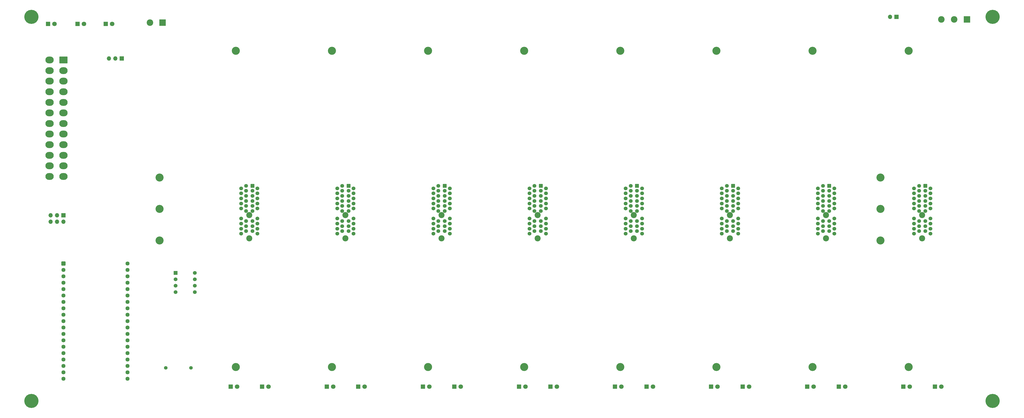
<source format=gbr>
%TF.GenerationSoftware,KiCad,Pcbnew,7.0.7*%
%TF.CreationDate,2024-11-29T17:58:44-06:00*%
%TF.ProjectId,updated_LOAF,75706461-7465-4645-9f4c-4f41462e6b69,rev?*%
%TF.SameCoordinates,PX2faf080PYee6b280*%
%TF.FileFunction,Soldermask,Bot*%
%TF.FilePolarity,Negative*%
%FSLAX46Y46*%
G04 Gerber Fmt 4.6, Leading zero omitted, Abs format (unit mm)*
G04 Created by KiCad (PCBNEW 7.0.7) date 2024-11-29 17:58:44*
%MOMM*%
%LPD*%
G01*
G04 APERTURE LIST*
G04 Aperture macros list*
%AMRoundRect*
0 Rectangle with rounded corners*
0 $1 Rounding radius*
0 $2 $3 $4 $5 $6 $7 $8 $9 X,Y pos of 4 corners*
0 Add a 4 corners polygon primitive as box body*
4,1,4,$2,$3,$4,$5,$6,$7,$8,$9,$2,$3,0*
0 Add four circle primitives for the rounded corners*
1,1,$1+$1,$2,$3*
1,1,$1+$1,$4,$5*
1,1,$1+$1,$6,$7*
1,1,$1+$1,$8,$9*
0 Add four rect primitives between the rounded corners*
20,1,$1+$1,$2,$3,$4,$5,0*
20,1,$1+$1,$4,$5,$6,$7,0*
20,1,$1+$1,$6,$7,$8,$9,0*
20,1,$1+$1,$8,$9,$2,$3,0*%
G04 Aperture macros list end*
%ADD10R,1.700000X1.700000*%
%ADD11O,1.700000X1.700000*%
%ADD12R,1.800000X1.800000*%
%ADD13C,1.800000*%
%ADD14C,3.200000*%
%ADD15C,5.600000*%
%ADD16C,2.400000*%
%ADD17RoundRect,0.102000X-0.644000X0.644000X-0.644000X-0.644000X0.644000X-0.644000X0.644000X0.644000X0*%
%ADD18C,1.492000*%
%ADD19RoundRect,0.250001X-1.399999X1.099999X-1.399999X-1.099999X1.399999X-1.099999X1.399999X1.099999X0*%
%ADD20O,3.300000X2.700000*%
%ADD21RoundRect,0.102000X-0.704000X-0.704000X0.704000X-0.704000X0.704000X0.704000X-0.704000X0.704000X0*%
%ADD22C,1.612000*%
%ADD23C,1.400000*%
%ADD24R,2.600000X2.600000*%
%ADD25C,2.600000*%
%ADD26R,1.498600X1.498600*%
%ADD27C,1.498600*%
G04 APERTURE END LIST*
D10*
%TO.C,JP1*%
X311955000Y192850000D03*
D11*
X309415000Y192850000D03*
%TD*%
D12*
%TO.C,D11*%
X136685000Y46165000D03*
D13*
X139225000Y46165000D03*
%TD*%
D14*
%TO.C,H18*%
X240576000Y53912000D03*
%TD*%
D12*
%TO.C,D7*%
X276534426Y46165000D03*
D13*
X279074426Y46165000D03*
%TD*%
D15*
%TO.C,H3*%
X350050000Y40450000D03*
%TD*%
D14*
%TO.C,H20*%
X316776000Y53912000D03*
%TD*%
D12*
%TO.C,D15*%
X289085000Y46165000D03*
D13*
X291625000Y46165000D03*
%TD*%
D14*
%TO.C,H9*%
X202476000Y179388000D03*
%TD*%
%TO.C,H8*%
X164376000Y179388000D03*
%TD*%
%TO.C,H16*%
X164376000Y53912000D03*
%TD*%
D10*
%TO.C,J11*%
X-18265000Y114115000D03*
D11*
X-18265000Y111575000D03*
X-20805000Y114115000D03*
X-20805000Y111575000D03*
X-23345000Y114115000D03*
X-23345000Y111575000D03*
%TD*%
D12*
%TO.C,D16*%
X327185000Y46165000D03*
D13*
X329725000Y46165000D03*
%TD*%
D16*
%TO.C,J5*%
X169707142Y114177657D03*
X169707142Y105027657D03*
D17*
X170957142Y125827657D03*
D18*
X172957142Y124827657D03*
X170957142Y123827657D03*
X172957142Y122827657D03*
X170957142Y121827657D03*
X172957142Y120827657D03*
X170957142Y119827657D03*
X172957142Y118827657D03*
X170957142Y117827657D03*
X172957142Y116827657D03*
X170957142Y115827657D03*
X172957142Y112827657D03*
X170957142Y111827657D03*
X172957142Y110827657D03*
X170957142Y109827657D03*
X172957142Y108827657D03*
X170957142Y107827657D03*
X172957142Y106827657D03*
X168457142Y125827657D03*
X166457142Y124827657D03*
X168457142Y123827657D03*
X166457142Y122827657D03*
X168457142Y121827657D03*
X166457142Y120827657D03*
X168457142Y119827657D03*
X166457142Y118827657D03*
X168457142Y117827657D03*
X166457142Y116827657D03*
X168457142Y115827657D03*
X166457142Y112827657D03*
X168457142Y111827657D03*
X166457142Y110827657D03*
X168457142Y109827657D03*
X166457142Y108827657D03*
X168457142Y107827657D03*
X166457142Y106827657D03*
%TD*%
D19*
%TO.C,J3*%
X-18250000Y175750000D03*
D20*
X-18250000Y171550000D03*
X-18250000Y167350000D03*
X-18250000Y163150000D03*
X-18250000Y158950000D03*
X-18250000Y154750000D03*
X-18250000Y150550000D03*
X-18250000Y146350000D03*
X-18250000Y142150000D03*
X-18250000Y137950000D03*
X-18250000Y133750000D03*
X-18250000Y129550000D03*
X-23750000Y175750000D03*
X-23750000Y171550000D03*
X-23750000Y167350000D03*
X-23750000Y163150000D03*
X-23750000Y158950000D03*
X-23750000Y154750000D03*
X-23750000Y150550000D03*
X-23750000Y146350000D03*
X-23750000Y142150000D03*
X-23750000Y137950000D03*
X-23750000Y133750000D03*
X-23750000Y129550000D03*
%TD*%
D12*
%TO.C,D14*%
X250985000Y46165000D03*
D13*
X253525000Y46165000D03*
%TD*%
D14*
%TO.C,H17*%
X202476000Y53912000D03*
%TD*%
%TO.C,H19*%
X278676000Y53912000D03*
%TD*%
D16*
%TO.C,J2*%
X93495714Y114177657D03*
X93495714Y105027657D03*
D17*
X94745714Y125827657D03*
D18*
X96745714Y124827657D03*
X94745714Y123827657D03*
X96745714Y122827657D03*
X94745714Y121827657D03*
X96745714Y120827657D03*
X94745714Y119827657D03*
X96745714Y118827657D03*
X94745714Y117827657D03*
X96745714Y116827657D03*
X94745714Y115827657D03*
X96745714Y112827657D03*
X94745714Y111827657D03*
X96745714Y110827657D03*
X94745714Y109827657D03*
X96745714Y108827657D03*
X94745714Y107827657D03*
X96745714Y106827657D03*
X92245714Y125827657D03*
X90245714Y124827657D03*
X92245714Y123827657D03*
X90245714Y122827657D03*
X92245714Y121827657D03*
X90245714Y120827657D03*
X92245714Y119827657D03*
X90245714Y118827657D03*
X92245714Y117827657D03*
X90245714Y116827657D03*
X92245714Y115827657D03*
X90245714Y112827657D03*
X92245714Y111827657D03*
X90245714Y110827657D03*
X92245714Y109827657D03*
X90245714Y108827657D03*
X92245714Y107827657D03*
X90245714Y106827657D03*
%TD*%
D12*
%TO.C,D6*%
X238451855Y46165000D03*
D13*
X240991855Y46165000D03*
%TD*%
D16*
%TO.C,J4*%
X131601428Y114177657D03*
X131601428Y105027657D03*
D17*
X132851428Y125827657D03*
D18*
X134851428Y124827657D03*
X132851428Y123827657D03*
X134851428Y122827657D03*
X132851428Y121827657D03*
X134851428Y120827657D03*
X132851428Y119827657D03*
X134851428Y118827657D03*
X132851428Y117827657D03*
X134851428Y116827657D03*
X132851428Y115827657D03*
X134851428Y112827657D03*
X132851428Y111827657D03*
X134851428Y110827657D03*
X132851428Y109827657D03*
X134851428Y108827657D03*
X132851428Y107827657D03*
X134851428Y106827657D03*
X130351428Y125827657D03*
X128351428Y124827657D03*
X130351428Y123827657D03*
X128351428Y122827657D03*
X130351428Y121827657D03*
X128351428Y120827657D03*
X130351428Y119827657D03*
X128351428Y118827657D03*
X130351428Y117827657D03*
X128351428Y116827657D03*
X130351428Y115827657D03*
X128351428Y112827657D03*
X130351428Y111827657D03*
X128351428Y110827657D03*
X130351428Y109827657D03*
X128351428Y108827657D03*
X130351428Y107827657D03*
X128351428Y106827657D03*
%TD*%
D12*
%TO.C,D10*%
X98585000Y46165000D03*
D13*
X101125000Y46165000D03*
%TD*%
D12*
%TO.C,D8*%
X314617000Y46165000D03*
D13*
X317157000Y46165000D03*
%TD*%
D21*
%TO.C,U1*%
X-18250000Y95035000D03*
D22*
X-18250000Y92495000D03*
X-18250000Y89955000D03*
X-18250000Y87415000D03*
X-18250000Y84875000D03*
X-18250000Y82335000D03*
X-18250000Y79795000D03*
X-18250000Y77255000D03*
X-18250000Y74715000D03*
X-18250000Y72175000D03*
X-18250000Y69635000D03*
X-18250000Y67095000D03*
X-18250000Y64555000D03*
X-18250000Y62015000D03*
X-18250000Y59475000D03*
X-18250000Y56935000D03*
X-18250000Y54395000D03*
X-18250000Y51855000D03*
X-18250000Y49315000D03*
X7150000Y95035000D03*
X7150000Y92495000D03*
X7150000Y89955000D03*
X7150000Y87415000D03*
X7150000Y84875000D03*
X7150000Y82335000D03*
X7150000Y79795000D03*
X7150000Y77255000D03*
X7150000Y74715000D03*
X7150000Y72175000D03*
X7150000Y69635000D03*
X7150000Y67095000D03*
X7150000Y64555000D03*
X7150000Y62015000D03*
X7150000Y59475000D03*
X7150000Y56935000D03*
X7150000Y54395000D03*
X7150000Y51855000D03*
X7150000Y49315000D03*
%TD*%
D16*
%TO.C,J8*%
X284024284Y114177657D03*
X284024284Y105027657D03*
D17*
X285274284Y125827657D03*
D18*
X287274284Y124827657D03*
X285274284Y123827657D03*
X287274284Y122827657D03*
X285274284Y121827657D03*
X287274284Y120827657D03*
X285274284Y119827657D03*
X287274284Y118827657D03*
X285274284Y117827657D03*
X287274284Y116827657D03*
X285274284Y115827657D03*
X287274284Y112827657D03*
X285274284Y111827657D03*
X287274284Y110827657D03*
X285274284Y109827657D03*
X287274284Y108827657D03*
X285274284Y107827657D03*
X287274284Y106827657D03*
X282774284Y125827657D03*
X280774284Y124827657D03*
X282774284Y123827657D03*
X280774284Y122827657D03*
X282774284Y121827657D03*
X280774284Y120827657D03*
X282774284Y119827657D03*
X280774284Y118827657D03*
X282774284Y117827657D03*
X280774284Y116827657D03*
X282774284Y115827657D03*
X280774284Y112827657D03*
X282774284Y111827657D03*
X280774284Y110827657D03*
X282774284Y109827657D03*
X280774284Y108827657D03*
X282774284Y107827657D03*
X280774284Y106827657D03*
%TD*%
D14*
%TO.C,H13*%
X50076000Y53912000D03*
%TD*%
%TO.C,H12*%
X316776000Y179388000D03*
%TD*%
D12*
%TO.C,D18*%
X-12667000Y190056000D03*
D13*
X-10127000Y190056000D03*
%TD*%
D23*
%TO.C,J14*%
X22285000Y53555000D03*
X32285000Y53555000D03*
%TD*%
D15*
%TO.C,H1*%
X-30950000Y192850000D03*
%TD*%
D14*
%TO.C,H15*%
X126276000Y53912000D03*
%TD*%
%TO.C,DRA2*%
X19850000Y104150000D03*
X19850000Y116650000D03*
X19850000Y129150000D03*
%TD*%
D15*
%TO.C,H4*%
X-30950000Y40450000D03*
%TD*%
D12*
%TO.C,D13*%
X212885000Y46165000D03*
D13*
X215425000Y46165000D03*
%TD*%
D12*
%TO.C,D2*%
X86121571Y46165000D03*
D13*
X88661571Y46165000D03*
%TD*%
D14*
%TO.C,H14*%
X88176000Y53912000D03*
%TD*%
%TO.C,H10*%
X240576000Y179388000D03*
%TD*%
%TO.C,DRA1*%
X305600000Y104150000D03*
X305600000Y116650000D03*
X305600000Y129150000D03*
%TD*%
D24*
%TO.C,J9*%
X21040000Y190615000D03*
D25*
X16040000Y190615000D03*
%TD*%
D15*
%TO.C,H2*%
X350050000Y192850000D03*
%TD*%
D12*
%TO.C,D17*%
X-24351000Y190056000D03*
D13*
X-21811000Y190056000D03*
%TD*%
D26*
%TO.C,U2*%
X26200000Y91250000D03*
D27*
X26200000Y88710000D03*
X26200000Y86170000D03*
X26200000Y83630000D03*
X33820000Y83630000D03*
X33820000Y86170000D03*
X33820000Y88710000D03*
X33820000Y91250000D03*
%TD*%
D16*
%TO.C,J6*%
X207812856Y114177657D03*
X207812856Y105027657D03*
D17*
X209062856Y125827657D03*
D18*
X211062856Y124827657D03*
X209062856Y123827657D03*
X211062856Y122827657D03*
X209062856Y121827657D03*
X211062856Y120827657D03*
X209062856Y119827657D03*
X211062856Y118827657D03*
X209062856Y117827657D03*
X211062856Y116827657D03*
X209062856Y115827657D03*
X211062856Y112827657D03*
X209062856Y111827657D03*
X211062856Y110827657D03*
X209062856Y109827657D03*
X211062856Y108827657D03*
X209062856Y107827657D03*
X211062856Y106827657D03*
X206562856Y125827657D03*
X204562856Y124827657D03*
X206562856Y123827657D03*
X204562856Y122827657D03*
X206562856Y121827657D03*
X204562856Y120827657D03*
X206562856Y119827657D03*
X204562856Y118827657D03*
X206562856Y117827657D03*
X204562856Y116827657D03*
X206562856Y115827657D03*
X204562856Y112827657D03*
X206562856Y111827657D03*
X204562856Y110827657D03*
X206562856Y109827657D03*
X204562856Y108827657D03*
X206562856Y107827657D03*
X204562856Y106827657D03*
%TD*%
D12*
%TO.C,D19*%
X-1491000Y190056000D03*
D13*
X1049000Y190056000D03*
%TD*%
D14*
%TO.C,H7*%
X126276000Y179388000D03*
%TD*%
%TO.C,H6*%
X88176000Y179388000D03*
%TD*%
D24*
%TO.C,J12*%
X339895000Y191885000D03*
D25*
X334815000Y191885000D03*
X329735000Y191885000D03*
%TD*%
D12*
%TO.C,D4*%
X162286713Y46165000D03*
D13*
X164826713Y46165000D03*
%TD*%
D12*
%TO.C,D5*%
X200369284Y46165000D03*
D13*
X202909284Y46165000D03*
%TD*%
D16*
%TO.C,J1*%
X55390000Y114177657D03*
X55390000Y105027657D03*
D17*
X56640000Y125827657D03*
D18*
X58640000Y124827657D03*
X56640000Y123827657D03*
X58640000Y122827657D03*
X56640000Y121827657D03*
X58640000Y120827657D03*
X56640000Y119827657D03*
X58640000Y118827657D03*
X56640000Y117827657D03*
X58640000Y116827657D03*
X56640000Y115827657D03*
X58640000Y112827657D03*
X56640000Y111827657D03*
X58640000Y110827657D03*
X56640000Y109827657D03*
X58640000Y108827657D03*
X56640000Y107827657D03*
X58640000Y106827657D03*
X54140000Y125827657D03*
X52140000Y124827657D03*
X54140000Y123827657D03*
X52140000Y122827657D03*
X54140000Y121827657D03*
X52140000Y120827657D03*
X54140000Y119827657D03*
X52140000Y118827657D03*
X54140000Y117827657D03*
X52140000Y116827657D03*
X54140000Y115827657D03*
X52140000Y112827657D03*
X54140000Y111827657D03*
X52140000Y110827657D03*
X54140000Y109827657D03*
X52140000Y108827657D03*
X54140000Y107827657D03*
X52140000Y106827657D03*
%TD*%
D12*
%TO.C,D3*%
X124204142Y46165000D03*
D13*
X126744142Y46165000D03*
%TD*%
D12*
%TO.C,D12*%
X174785000Y46165000D03*
D13*
X177325000Y46165000D03*
%TD*%
D12*
%TO.C,D1*%
X48039000Y46165000D03*
D13*
X50579000Y46165000D03*
%TD*%
D12*
%TO.C,D9*%
X60485000Y46165000D03*
D13*
X63025000Y46165000D03*
%TD*%
D14*
%TO.C,H11*%
X278676000Y179388000D03*
%TD*%
D10*
%TO.C,JP2*%
X4864000Y176340000D03*
D11*
X2324000Y176340000D03*
X-216000Y176340000D03*
%TD*%
D16*
%TO.C,J7*%
X245918570Y114177657D03*
X245918570Y105027657D03*
D17*
X247168570Y125827657D03*
D18*
X249168570Y124827657D03*
X247168570Y123827657D03*
X249168570Y122827657D03*
X247168570Y121827657D03*
X249168570Y120827657D03*
X247168570Y119827657D03*
X249168570Y118827657D03*
X247168570Y117827657D03*
X249168570Y116827657D03*
X247168570Y115827657D03*
X249168570Y112827657D03*
X247168570Y111827657D03*
X249168570Y110827657D03*
X247168570Y109827657D03*
X249168570Y108827657D03*
X247168570Y107827657D03*
X249168570Y106827657D03*
X244668570Y125827657D03*
X242668570Y124827657D03*
X244668570Y123827657D03*
X242668570Y122827657D03*
X244668570Y121827657D03*
X242668570Y120827657D03*
X244668570Y119827657D03*
X242668570Y118827657D03*
X244668570Y117827657D03*
X242668570Y116827657D03*
X244668570Y115827657D03*
X242668570Y112827657D03*
X244668570Y111827657D03*
X242668570Y110827657D03*
X244668570Y109827657D03*
X242668570Y108827657D03*
X244668570Y107827657D03*
X242668570Y106827657D03*
%TD*%
D16*
%TO.C,J10*%
X322130000Y114177657D03*
X322130000Y105027657D03*
D17*
X323380000Y125827657D03*
D18*
X325380000Y124827657D03*
X323380000Y123827657D03*
X325380000Y122827657D03*
X323380000Y121827657D03*
X325380000Y120827657D03*
X323380000Y119827657D03*
X325380000Y118827657D03*
X323380000Y117827657D03*
X325380000Y116827657D03*
X323380000Y115827657D03*
X325380000Y112827657D03*
X323380000Y111827657D03*
X325380000Y110827657D03*
X323380000Y109827657D03*
X325380000Y108827657D03*
X323380000Y107827657D03*
X325380000Y106827657D03*
X320880000Y125827657D03*
X318880000Y124827657D03*
X320880000Y123827657D03*
X318880000Y122827657D03*
X320880000Y121827657D03*
X318880000Y120827657D03*
X320880000Y119827657D03*
X318880000Y118827657D03*
X320880000Y117827657D03*
X318880000Y116827657D03*
X320880000Y115827657D03*
X318880000Y112827657D03*
X320880000Y111827657D03*
X318880000Y110827657D03*
X320880000Y109827657D03*
X318880000Y108827657D03*
X320880000Y107827657D03*
X318880000Y106827657D03*
%TD*%
D14*
%TO.C,H5*%
X50076000Y179388000D03*
%TD*%
M02*

</source>
